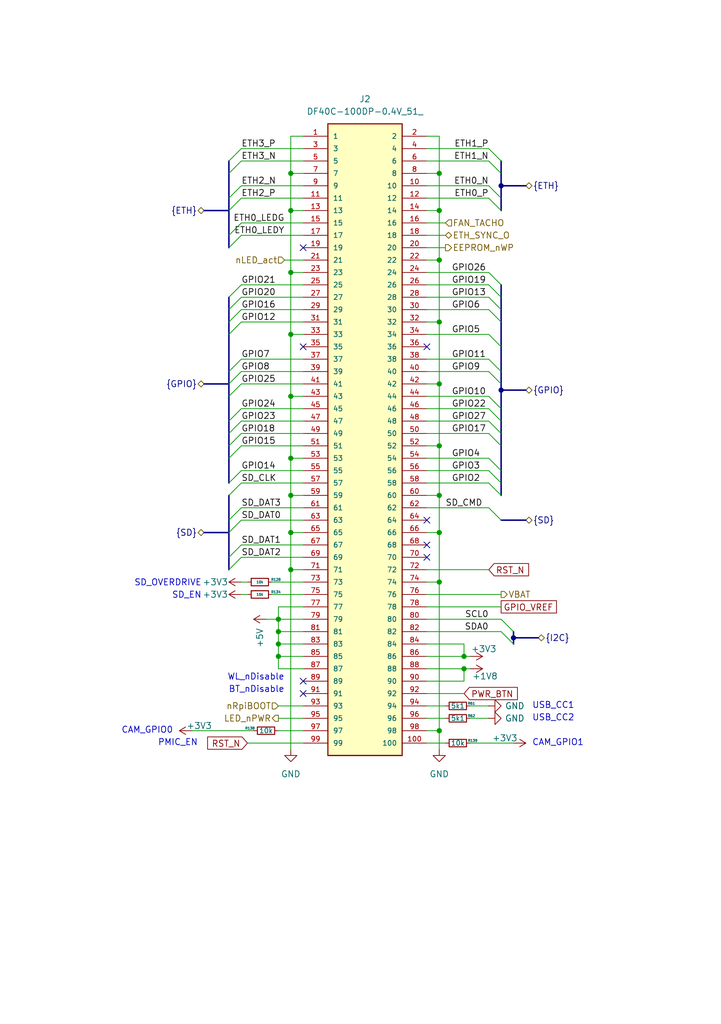
<source format=kicad_sch>
(kicad_sch (version 20250114) (generator "eeschema") (generator_version "9.0")
  (paper "A5" portrait)
  (title_block (title "${project_name}") (date "2025-06-24") (rev "${project_version}") (company "${project_creator}") (comment 1 "${project_license}"))
  (lib_symbols
    (symbol "+3V3_1" (power) (pin_numbers (hide yes)) (pin_names (offset 0) (hide yes))
      (property "Value" "+3V3" (at 0 3.556 0))
      (symbol "+3V3_1_0_1"
        (polyline (pts (xy -0.762 1.27) (xy 0 2.54)))
        (polyline (pts (xy 0 2.54) (xy 0.762 1.27)))
        (polyline (pts (xy 0 0) (xy 0 2.54)))
      )
      (symbol "+3V3_1_1_1"
        (pin power_in line (at 0 0 90) (length 0) (name "~") (number "1"))
      )
    )
    (symbol "+3V3_2" (power) (pin_numbers (hide yes)) (pin_names (offset 0) (hide yes))
      (property "Value" "+3V3" (at 0 3.556 0))
      (symbol "+3V3_2_0_1"
        (polyline (pts (xy -0.762 1.27) (xy 0 2.54)))
        (polyline (pts (xy 0 2.54) (xy 0.762 1.27)))
        (polyline (pts (xy 0 0) (xy 0 2.54)))
      )
      (symbol "+3V3_2_1_1"
        (pin power_in line (at 0 0 90) (length 0) (name "~") (number "1"))
      )
    )
    (symbol "+3V3_3" (power) (pin_numbers (hide yes)) (pin_names (offset 0) (hide yes))
      (property "Value" "+3V3" (at 0 3.556 0))
      (symbol "+3V3_3_0_1"
        (polyline (pts (xy -0.762 1.27) (xy 0 2.54)))
        (polyline (pts (xy 0 2.54) (xy 0.762 1.27)))
        (polyline (pts (xy 0 0) (xy 0 2.54)))
      )
      (symbol "+3V3_3_1_1"
        (pin power_in line (at 0 0 90) (length 0) (name "~") (number "1"))
      )
    )
    (symbol "+3V3_4" (power) (pin_numbers (hide yes)) (pin_names (offset 0) (hide yes))
      (property "Value" "+3V3" (at 0 3.556 0))
      (symbol "+3V3_4_0_1"
        (polyline (pts (xy -0.762 1.27) (xy 0 2.54)))
        (polyline (pts (xy 0 2.54) (xy 0.762 1.27)))
        (polyline (pts (xy 0 0) (xy 0 2.54)))
      )
      (symbol "+3V3_4_1_1"
        (pin power_in line (at 0 0 90) (length 0) (name "~") (number "1"))
      )
    )
    (symbol "DF40C-100DP-0.4V_51_:DF40C-100DP-0.4V_51_" (pin_names (offset 1.016))
      (property "Reference" "J" (at -7.62 64.262 0))
      (property "Value" "DF40C-100DP-0.4V_51_" (at -11.43 -67.31 0))
      (symbol "DF40C-100DP-0.4V_51__0_0"
        (rectangle (start -7.62 63.5) (end 7.62 -66.04) (stroke (width 0.254)) (fill (type background)))
        (pin passive line (at -12.7 60.96 0) (length 5.08) (name "1") (number "1"))
        (pin passive line (at -12.7 58.42 0) (length 5.08) (name "3") (number "3"))
        (pin passive line (at -12.7 55.88 0) (length 5.08) (name "5") (number "5"))
        (pin passive line (at -12.7 53.34 0) (length 5.08) (name "7") (number "7"))
        (pin passive line (at -12.7 50.8 0) (length 5.08) (name "9") (number "9"))
        (pin passive line (at -12.7 48.26 0) (length 5.08) (name "11") (number "11"))
        (pin passive line (at -12.7 45.72 0) (length 5.08) (name "13") (number "13"))
        (pin passive line (at -12.7 43.18 0) (length 5.08) (name "15") (number "15"))
        (pin passive line (at -12.7 40.64 0) (length 5.08) (name "17") (number "17"))
        (pin passive line (at -12.7 38.1 0) (length 5.08) (name "19") (number "19"))
        (pin passive line (at -12.7 35.56 0) (length 5.08) (name "21") (number "21"))
        (pin passive line (at -12.7 33.02 0) (length 5.08) (name "23") (number "23"))
        (pin passive line (at -12.7 30.48 0) (length 5.08) (name "25") (number "25"))
        (pin passive line (at -12.7 27.94 0) (length 5.08) (name "27") (number "27"))
        (pin passive line (at -12.7 25.4 0) (length 5.08) (name "29") (number "29"))
        (pin passive line (at -12.7 22.86 0) (length 5.08) (name "31") (number "31"))
        (pin passive line (at -12.7 20.32 0) (length 5.08) (name "33") (number "33"))
        (pin passive line (at -12.7 17.78 0) (length 5.08) (name "35") (number "35"))
        (pin passive line (at -12.7 15.24 0) (length 5.08) (name "37") (number "37"))
        (pin passive line (at -12.7 12.7 0) (length 5.08) (name "39") (number "39"))
        (pin passive line (at -12.7 10.16 0) (length 5.08) (name "41") (number "41"))
        (pin passive line (at -12.7 7.62 0) (length 5.08) (name "43") (number "43"))
        (pin passive line (at -12.7 5.08 0) (length 5.08) (name "45") (number "45"))
        (pin passive line (at -12.7 2.54 0) (length 5.08) (name "47") (number "47"))
        (pin passive line (at -12.7 0 0) (length 5.08) (name "49") (number "49"))
        (pin passive line (at -12.7 -2.54 0) (length 5.08) (name "51") (number "51"))
        (pin passive line (at -12.7 -5.08 0) (length 5.08) (name "53") (number "53"))
        (pin passive line (at -12.7 -7.62 0) (length 5.08) (name "55") (number "55"))
        (pin passive line (at -12.7 -10.16 0) (length 5.08) (name "57") (number "57"))
        (pin passive line (at -12.7 -12.7 0) (length 5.08) (name "59") (number "59"))
        (pin passive line (at -12.7 -15.24 0) (length 5.08) (name "61") (number "61"))
        (pin passive line (at -12.7 -17.78 0) (length 5.08) (name "63") (number "63"))
        (pin passive line (at -12.7 -20.32 0) (length 5.08) (name "65") (number "65"))
        (pin passive line (at -12.7 -22.86 0) (length 5.08) (name "67") (number "67"))
        (pin passive line (at -12.7 -25.4 0) (length 5.08) (name "69") (number "69"))
        (pin passive line (at -12.7 -27.94 0) (length 5.08) (name "71") (number "71"))
        (pin passive line (at -12.7 -30.48 0) (length 5.08) (name "73") (number "73"))
        (pin passive line (at -12.7 -33.02 0) (length 5.08) (name "75") (number "75"))
        (pin passive line (at -12.7 -35.56 0) (length 5.08) (name "77") (number "77"))
        (pin passive line (at -12.7 -38.1 0) (length 5.08) (name "79") (number "79"))
        (pin passive line (at -12.7 -40.64 0) (length 5.08) (name "81") (number "81"))
        (pin passive line (at -12.7 -43.18 0) (length 5.08) (name "83") (number "83"))
        (pin passive line (at -12.7 -45.72 0) (length 5.08) (name "85") (number "85"))
        (pin passive line (at -12.7 -48.26 0) (length 5.08) (name "87") (number "87"))
        (pin passive line (at -12.7 -50.8 0) (length 5.08) (name "89") (number "89"))
        (pin passive line (at -12.7 -53.34 0) (length 5.08) (name "91") (number "91"))
        (pin passive line (at -12.7 -55.88 0) (length 5.08) (name "93") (number "93"))
        (pin passive line (at -12.7 -58.42 0) (length 5.08) (name "95") (number "95"))
        (pin passive line (at -12.7 -60.96 0) (length 5.08) (name "97") (number "97"))
        (pin passive line (at -12.7 -63.5 0) (length 5.08) (name "99") (number "99"))
        (pin passive line (at 12.7 60.96 180) (length 5.08) (name "2") (number "2"))
        (pin passive line (at 12.7 58.42 180) (length 5.08) (name "4") (number "4"))
        (pin passive line (at 12.7 55.88 180) (length 5.08) (name "6") (number "6"))
        (pin passive line (at 12.7 53.34 180) (length 5.08) (name "8") (number "8"))
        (pin passive line (at 12.7 50.8 180) (length 5.08) (name "10") (number "10"))
        (pin passive line (at 12.7 48.26 180) (length 5.08) (name "12") (number "12"))
        (pin passive line (at 12.7 45.72 180) (length 5.08) (name "14") (number "14"))
        (pin passive line (at 12.7 43.18 180) (length 5.08) (name "16") (number "16"))
        (pin passive line (at 12.7 40.64 180) (length 5.08) (name "18") (number "18"))
        (pin passive line (at 12.7 38.1 180) (length 5.08) (name "20") (number "20"))
        (pin passive line (at 12.7 35.56 180) (length 5.08) (name "22") (number "22"))
        (pin passive line (at 12.7 33.02 180) (length 5.08) (name "24") (number "24"))
        (pin passive line (at 12.7 30.48 180) (length 5.08) (name "26") (number "26"))
        (pin passive line (at 12.7 27.94 180) (length 5.08) (name "28") (number "28"))
        (pin passive line (at 12.7 25.4 180) (length 5.08) (name "30") (number "30"))
        (pin passive line (at 12.7 22.86 180) (length 5.08) (name "32") (number "32"))
        (pin passive line (at 12.7 20.32 180) (length 5.08) (name "34") (number "34"))
        (pin passive line (at 12.7 17.78 180) (length 5.08) (name "36") (number "36"))
        (pin passive line (at 12.7 15.24 180) (length 5.08) (name "38") (number "38"))
        (pin passive line (at 12.7 12.7 180) (length 5.08) (name "40") (number "40"))
        (pin passive line (at 12.7 10.16 180) (length 5.08) (name "42") (number "42"))
        (pin passive line (at 12.7 7.62 180) (length 5.08) (name "44") (number "44"))
        (pin passive line (at 12.7 5.08 180) (length 5.08) (name "46") (number "46"))
        (pin passive line (at 12.7 2.54 180) (length 5.08) (name "48") (number "48"))
        (pin passive line (at 12.7 0 180) (length 5.08) (name "50") (number "50"))
        (pin passive line (at 12.7 -2.54 180) (length 5.08) (name "52") (number "52"))
        (pin passive line (at 12.7 -5.08 180) (length 5.08) (name "54") (number "54"))
        (pin passive line (at 12.7 -7.62 180) (length 5.08) (name "56") (number "56"))
        (pin passive line (at 12.7 -10.16 180) (length 5.08) (name "58") (number "58"))
        (pin passive line (at 12.7 -12.7 180) (length 5.08) (name "60") (number "60"))
        (pin passive line (at 12.7 -15.24 180) (length 5.08) (name "62") (number "62"))
        (pin passive line (at 12.7 -17.78 180) (length 5.08) (name "64") (number "64"))
        (pin passive line (at 12.7 -20.32 180) (length 5.08) (name "66") (number "66"))
        (pin passive line (at 12.7 -22.86 180) (length 5.08) (name "68") (number "68"))
        (pin passive line (at 12.7 -25.4 180) (length 5.08) (name "70") (number "70"))
        (pin passive line (at 12.7 -27.94 180) (length 5.08) (name "72") (number "72"))
        (pin passive line (at 12.7 -30.48 180) (length 5.08) (name "74") (number "74"))
        (pin passive line (at 12.7 -33.02 180) (length 5.08) (name "76") (number "76"))
        (pin passive line (at 12.7 -35.56 180) (length 5.08) (name "78") (number "78"))
        (pin passive line (at 12.7 -38.1 180) (length 5.08) (name "80") (number "80"))
        (pin passive line (at 12.7 -40.64 180) (length 5.08) (name "82") (number "82"))
        (pin passive line (at 12.7 -43.18 180) (length 5.08) (name "84") (number "84"))
        (pin passive line (at 12.7 -45.72 180) (length 5.08) (name "86") (number "86"))
        (pin passive line (at 12.7 -48.26 180) (length 5.08) (name "88") (number "88"))
        (pin passive line (at 12.7 -50.8 180) (length 5.08) (name "90") (number "90"))
        (pin passive line (at 12.7 -53.34 180) (length 5.08) (name "92") (number "92"))
        (pin passive line (at 12.7 -55.88 180) (length 5.08) (name "94") (number "94"))
        (pin passive line (at 12.7 -58.42 180) (length 5.08) (name "96") (number "96"))
        (pin passive line (at 12.7 -60.96 180) (length 5.08) (name "98") (number "98"))
        (pin passive line (at 12.7 -63.5 180) (length 5.08) (name "100") (number "100"))
      )
    )
    (symbol "Device:R_Small" (pin_numbers (hide yes)) (pin_names (offset 0.254) (hide yes))
      (property "Reference" "R" (at 0 0 90))
      (property "Value" "R_Small" (at 1.778 0 90))
      (symbol "R_Small_0_1"
        (rectangle (start -0.762 1.778) (end 0.762 -1.778) (stroke (width 0.2032)))
      )
      (symbol "R_Small_1_1"
        (pin passive line (at 0 2.54 270) (length 0.762) (name "~") (number "1"))
        (pin passive line (at 0 -2.54 90) (length 0.762) (name "~") (number "2"))
      )
    )
    (symbol "power:+1V8" (power) (pin_numbers (hide yes)) (pin_names (offset 0) (hide yes))
      (property "Value" "+1V8" (at 0 3.556 0))
      (symbol "+1V8_0_1"
        (polyline (pts (xy -0.762 1.27) (xy 0 2.54)))
        (polyline (pts (xy 0 2.54) (xy 0.762 1.27)))
        (polyline (pts (xy 0 0) (xy 0 2.54)))
      )
      (symbol "+1V8_1_1"
        (pin power_in line (at 0 0 90) (length 0) (name "~") (number "1"))
      )
    )
    (symbol "power:+3V3" (power) (pin_numbers (hide yes)) (pin_names (offset 0) (hide yes))
      (property "Value" "+3V3" (at 0 3.556 0))
      (symbol "+3V3_0_1"
        (polyline (pts (xy -0.762 1.27) (xy 0 2.54)))
        (polyline (pts (xy 0 2.54) (xy 0.762 1.27)))
        (polyline (pts (xy 0 0) (xy 0 2.54)))
      )
      (symbol "+3V3_1_1"
        (pin power_in line (at 0 0 90) (length 0) (name "~") (number "1"))
      )
    )
    (symbol "power:+5V" (power) (pin_numbers (hide yes)) (pin_names (offset 0) (hide yes))
      (property "Value" "+5V" (at 0 3.556 0))
      (symbol "+5V_0_1"
        (polyline (pts (xy -0.762 1.27) (xy 0 2.54)))
        (polyline (pts (xy 0 2.54) (xy 0.762 1.27)))
        (polyline (pts (xy 0 0) (xy 0 2.54)))
      )
      (symbol "+5V_1_1"
        (pin power_in line (at 0 0 90) (length 0) (name "~") (number "1"))
      )
    )
    (symbol "power:GND" (power) (pin_numbers (hide yes)) (pin_names (offset 0) (hide yes))
      (property "Value" "GND" (at 0 -3.81 0))
      (symbol "GND_0_1"
        (polyline (pts (xy 0 0) (xy 0 -1.27) (xy 1.27 -1.27) (xy 0 -2.54) (xy -1.27 -1.27) (xy 0 -1.27)))
      )
      (symbol "GND_1_1"
        (pin power_in line (at 0 0 270) (length 0) (name "~") (number "1"))
      )
    )
  )
  (bus_alias "ETH" (members "ETH0_P" "ETH0_N" "ETH1_P" "ETH1_N" "ETH0_LEDG" "ETH0_LEDY" "ETH2_P" "ETH2_N" "ETH3_P" "ETH3_N"))
  (bus_alias "GPIO" (members "GPIO26" "GPIO19" "GPIO13" "GPIO6" "GPIO5" "GPIO11" "GPIO9" "GPIO10" "GPIO22" "GPIO27" "GPIO17" "GPIO4" "GPIO3" "GPIO2" "GPIO21" "GPIO20" "GPIO16" "GPIO12" "GPIO7" "GPIO8" "GPIO25" "GPIO24" "GPIO23" "GPIO18" "GPIO15" "GPIO14"))
  (bus_alias "I2C" (members "SCL0" "SDA0" "ID_SC" "ID_SD"))
  (bus_alias "SD" (members "SD_CLK" "SD_CMD" "SD_DAT0" "SD_DAT1" "SD_DAT2" "SD_DAT3" "SD_DAT4" "SD_DAT5" "SD_DAT6" "SD_DAT7"))
  (text "SD_EN" (at 41.402 122.174 0) (effects (font (size 1.27 1.27)) (justify right)))
  (text "SD_OVERDRIVE" (at 41.402 119.634 0) (effects (font (size 1.27 1.27)) (justify right)))
  (text "USB_CC2" (at 109.22 147.32 0) (effects (font (size 1.27 1.27)) (justify left)))
  (text "PMIC_EN" (at 40.64 152.4 0) (effects (font (size 1.27 1.27)) (justify right)))
  (text "USB_CC1" (at 109.22 144.78 0) (effects (font (size 1.27 1.27)) (justify left)))
  (text "CAM_GPIO0" (at 35.56 149.86 0) (effects (font (size 1.27 1.27)) (justify right)))
  (text "WL_nDisable" (at 58.42 139.7 0) (effects (font (size 1.27 1.27)) (justify right bottom)))
  (text "CAM_GPIO1" (at 109.22 152.4 0) (effects (font (size 1.27 1.27)) (justify left)))
  (text "BT_nDisable" (at 58.42 142.24 0) (effects (font (size 1.27 1.27)) (justify right bottom)))
  (junction (at 57.15 132.08))
  (junction (at 90.17 91.44))
  (junction (at 90.17 149.86))
  (junction (at 59.69 116.84))
  (junction (at 95.25 134.62))
  (junction (at 95.25 137.16))
  (junction (at 59.69 109.22))
  (junction (at 90.17 119.38))
  (junction (at 59.69 81.28))
  (junction (at 57.15 129.54))
  (junction (at 90.17 101.6))
  (junction (at 90.17 78.74))
  (junction (at 90.17 43.18))
  (junction (at 102.87 38.1))
  (junction (at 102.87 80.01))
  (junction (at 105.41 130.81))
  (junction (at 57.15 127))
  (junction (at 57.15 134.62))
  (junction (at 90.17 66.04))
  (junction (at 59.69 93.98))
  (junction (at 90.17 35.56))
  (junction (at 59.69 101.6))
  (junction (at 90.17 109.22))
  (junction (at 59.69 55.88))
  (junction (at 90.17 53.34))
  (junction (at 59.69 43.18))
  (junction (at 59.69 35.56))
  (junction (at 59.69 68.58))
  (no_connect (at 62.23 71.12))
  (no_connect (at 87.63 106.68))
  (no_connect (at 62.23 50.8))
  (no_connect (at 87.63 114.3))
  (no_connect (at 62.23 139.7))
  (no_connect (at 87.63 111.76))
  (no_connect (at 87.63 71.12))
  (no_connect (at 62.23 142.24))
  (bus_entry (at 100.33 60.96) (size 2.54 2.54))
  (bus_entry (at 100.33 38.1) (size 2.54 2.54))
  (bus_entry (at 102.87 127) (size 2.54 2.54))
  (bus_entry (at 100.33 58.42) (size 2.54 2.54))
  (bus_entry (at 100.33 63.5) (size 2.54 2.54))
  (bus_entry (at 49.53 58.42) (size -2.54 2.54))
  (bus_entry (at 49.53 99.06) (size -2.54 2.54))
  (bus_entry (at 100.33 40.64) (size 2.54 2.54))
  (bus_entry (at 49.53 106.68) (size -2.54 2.54))
  (bus_entry (at 49.53 40.64) (size -2.54 2.54))
  (bus_entry (at 49.53 96.52) (size -2.54 2.54))
  (bus_entry (at 49.53 76.2) (size -2.54 2.54))
  (bus_entry (at 100.33 55.88) (size 2.54 2.54))
  (bus_entry (at 100.33 99.06) (size 2.54 2.54))
  (bus_entry (at 100.33 81.28) (size 2.54 2.54))
  (bus_entry (at 102.87 129.54) (size 2.54 2.54))
  (bus_entry (at 49.53 30.48) (size -2.54 2.54))
  (bus_entry (at 100.33 68.58) (size 2.54 2.54))
  (bus_entry (at 49.53 38.1) (size -2.54 2.54))
  (bus_entry (at 49.53 63.5) (size -2.54 2.54))
  (bus_entry (at 49.53 91.44) (size -2.54 2.54))
  (bus_entry (at 100.33 33.02) (size 2.54 2.54))
  (bus_entry (at 49.53 114.3) (size -2.54 2.54))
  (bus_entry (at 100.33 30.48) (size 2.54 2.54))
  (bus_entry (at 49.53 104.14) (size -2.54 2.54))
  (bus_entry (at 100.33 76.2) (size 2.54 2.54))
  (bus_entry (at 100.33 104.14) (size 2.54 2.54))
  (bus_entry (at 49.53 78.74) (size -2.54 2.54))
  (bus_entry (at 49.53 45.72) (size -2.54 2.54))
  (bus_entry (at 49.53 83.82) (size -2.54 2.54))
  (bus_entry (at 100.33 96.52) (size 2.54 2.54))
  (bus_entry (at 100.33 83.82) (size 2.54 2.54))
  (bus_entry (at 49.53 88.9) (size -2.54 2.54))
  (bus_entry (at 49.53 33.02) (size -2.54 2.54))
  (bus_entry (at 100.33 93.98) (size 2.54 2.54))
  (bus_entry (at 49.53 60.96) (size -2.54 2.54))
  (bus_entry (at 49.53 48.26) (size -2.54 2.54))
  (bus_entry (at 100.33 86.36) (size 2.54 2.54))
  (bus_entry (at 100.33 88.9) (size 2.54 2.54))
  (bus_entry (at 100.33 73.66) (size 2.54 2.54))
  (bus_entry (at 49.53 86.36) (size -2.54 2.54))
  (bus_entry (at 49.53 73.66) (size -2.54 2.54))
  (bus_entry (at 49.53 111.76) (size -2.54 2.54))
  (bus_entry (at 49.53 66.04) (size -2.54 2.54))
  (wire (pts (xy 59.69 109.22) (xy 62.23 109.22)))
  (bus (pts (xy 102.87 35.56) (xy 102.87 38.1)))
  (wire (pts (xy 87.63 83.82) (xy 100.33 83.82)))
  (bus (pts (xy 102.87 80.01) (xy 107.95 80.01)))
  (wire (pts (xy 96.52 144.78) (xy 100.33 144.78)))
  (wire (pts (xy 90.17 109.22) (xy 90.17 101.6)))
  (wire (pts (xy 59.69 81.28) (xy 62.23 81.28)))
  (wire (pts (xy 59.69 43.18) (xy 62.23 43.18)))
  (wire (pts (xy 96.52 152.4) (xy 105.41 152.4)))
  (wire (pts (xy 49.53 76.2) (xy 62.23 76.2)))
  (wire (pts (xy 59.69 68.58) (xy 59.69 81.28)))
  (bus (pts (xy 105.41 130.81) (xy 110.49 130.81)))
  (wire (pts (xy 90.17 149.86) (xy 90.17 153.67)))
  (wire (pts (xy 87.63 149.86) (xy 90.17 149.86)))
  (bus (pts (xy 102.87 96.52) (xy 102.87 99.06)))
  (wire (pts (xy 57.15 149.86) (xy 62.23 149.86)))
  (wire (pts (xy 87.63 134.62) (xy 95.25 134.62)))
  (bus (pts (xy 46.99 106.68) (xy 46.99 109.22)))
  (bus (pts (xy 41.91 78.74) (xy 46.99 78.74)))
  (wire (pts (xy 87.63 152.4) (xy 91.44 152.4)))
  (wire (pts (xy 87.63 109.22) (xy 90.17 109.22)))
  (wire (pts (xy 59.69 93.98) (xy 62.23 93.98)))
  (bus (pts (xy 102.87 86.36) (xy 102.87 88.9)))
  (wire (pts (xy 87.63 101.6) (xy 90.17 101.6)))
  (wire (pts (xy 90.17 53.34) (xy 90.17 43.18)))
  (wire (pts (xy 90.17 91.44) (xy 90.17 78.74)))
  (bus (pts (xy 46.99 35.56) (xy 46.99 40.64)))
  (wire (pts (xy 59.69 116.84) (xy 62.23 116.84)))
  (bus (pts (xy 46.99 76.2) (xy 46.99 78.74)))
  (wire (pts (xy 87.63 116.84) (xy 100.33 116.84)))
  (wire (pts (xy 90.17 43.18) (xy 90.17 35.56)))
  (bus (pts (xy 46.99 93.98) (xy 46.99 99.06)))
  (wire (pts (xy 49.53 91.44) (xy 62.23 91.44)))
  (bus (pts (xy 102.87 71.12) (xy 102.87 76.2)))
  (bus (pts (xy 102.87 38.1) (xy 102.87 40.64)))
  (bus (pts (xy 46.99 114.3) (xy 46.99 116.84)))
  (wire (pts (xy 87.63 58.42) (xy 100.33 58.42)))
  (wire (pts (xy 49.53 88.9) (xy 62.23 88.9)))
  (wire (pts (xy 87.63 66.04) (xy 90.17 66.04)))
  (wire (pts (xy 39.37 149.86) (xy 52.07 149.86)))
  (bus (pts (xy 102.87 83.82) (xy 102.87 86.36)))
  (wire (pts (xy 59.69 43.18) (xy 59.69 55.88)))
  (wire (pts (xy 96.52 134.62) (xy 95.25 134.62)))
  (bus (pts (xy 46.99 86.36) (xy 46.99 88.9)))
  (wire (pts (xy 49.53 104.14) (xy 62.23 104.14)))
  (wire (pts (xy 49.53 58.42) (xy 62.23 58.42)))
  (wire (pts (xy 90.17 66.04) (xy 90.17 53.34)))
  (bus (pts (xy 46.99 101.6) (xy 46.99 106.68)))
  (wire (pts (xy 95.25 139.7) (xy 95.25 137.16)))
  (wire (pts (xy 59.69 35.56) (xy 62.23 35.56)))
  (bus (pts (xy 41.91 109.22) (xy 46.99 109.22)))
  (wire (pts (xy 59.69 35.56) (xy 59.69 43.18)))
  (bus (pts (xy 46.99 91.44) (xy 46.99 93.98)))
  (wire (pts (xy 87.63 48.26) (xy 91.44 48.26)))
  (bus (pts (xy 102.87 66.04) (xy 102.87 71.12)))
  (wire (pts (xy 59.69 101.6) (xy 62.23 101.6)))
  (wire (pts (xy 87.63 104.14) (xy 100.33 104.14)))
  (wire (pts (xy 50.8 152.4) (xy 62.23 152.4)))
  (bus (pts (xy 46.99 43.18) (xy 46.99 48.26)))
  (wire (pts (xy 49.53 78.74) (xy 62.23 78.74)))
  (wire (pts (xy 87.63 91.44) (xy 90.17 91.44)))
  (bus (pts (xy 102.87 60.96) (xy 102.87 63.5)))
  (wire (pts (xy 87.63 99.06) (xy 100.33 99.06)))
  (wire (pts (xy 87.63 93.98) (xy 100.33 93.98)))
  (wire (pts (xy 87.63 53.34) (xy 90.17 53.34)))
  (wire (pts (xy 87.63 40.64) (xy 100.33 40.64)))
  (wire (pts (xy 90.17 35.56) (xy 90.17 27.94)))
  (wire (pts (xy 87.63 144.78) (xy 91.44 144.78)))
  (wire (pts (xy 49.53 45.72) (xy 62.23 45.72)))
  (wire (pts (xy 62.23 137.16) (xy 57.15 137.16)))
  (bus (pts (xy 102.87 106.68) (xy 107.95 106.68)))
  (wire (pts (xy 87.63 35.56) (xy 90.17 35.56)))
  (wire (pts (xy 55.88 121.92) (xy 62.23 121.92)))
  (wire (pts (xy 95.25 137.16) (xy 87.63 137.16)))
  (wire (pts (xy 49.53 63.5) (xy 62.23 63.5)))
  (bus (pts (xy 105.41 129.54) (xy 105.41 130.81)))
  (bus (pts (xy 46.99 40.64) (xy 46.99 43.18)))
  (wire (pts (xy 96.52 147.32) (xy 100.33 147.32)))
  (wire (pts (xy 87.63 73.66) (xy 100.33 73.66)))
  (wire (pts (xy 59.69 116.84) (xy 59.69 153.67)))
  (wire (pts (xy 87.63 60.96) (xy 100.33 60.96)))
  (bus (pts (xy 46.99 81.28) (xy 46.99 86.36)))
  (wire (pts (xy 57.15 134.62) (xy 57.15 132.08)))
  (wire (pts (xy 59.69 109.22) (xy 59.69 116.84)))
  (wire (pts (xy 87.63 78.74) (xy 90.17 78.74)))
  (wire (pts (xy 49.53 38.1) (xy 62.23 38.1)))
  (wire (pts (xy 87.63 129.54) (xy 102.87 129.54)))
  (wire (pts (xy 87.63 121.92) (xy 102.87 121.92)))
  (wire (pts (xy 87.63 45.72) (xy 91.44 45.72)))
  (wire (pts (xy 57.15 129.54) (xy 57.15 127)))
  (bus (pts (xy 46.99 63.5) (xy 46.99 66.04)))
  (wire (pts (xy 57.15 132.08) (xy 57.15 129.54)))
  (wire (pts (xy 87.63 132.08) (xy 95.25 132.08)))
  (bus (pts (xy 102.87 99.06) (xy 102.87 101.6)))
  (wire (pts (xy 95.25 134.62) (xy 95.25 132.08)))
  (wire (pts (xy 59.69 68.58) (xy 62.23 68.58)))
  (wire (pts (xy 59.69 55.88) (xy 59.69 68.58)))
  (wire (pts (xy 87.63 124.46) (xy 102.87 124.46)))
  (wire (pts (xy 87.63 139.7) (xy 95.25 139.7)))
  (bus (pts (xy 102.87 33.02) (xy 102.87 35.56)))
  (wire (pts (xy 57.15 137.16) (xy 57.15 134.62)))
  (wire (pts (xy 87.63 119.38) (xy 90.17 119.38)))
  (wire (pts (xy 49.53 96.52) (xy 62.23 96.52)))
  (bus (pts (xy 46.99 48.26) (xy 46.99 50.8)))
  (wire (pts (xy 87.63 43.18) (xy 90.17 43.18)))
  (wire (pts (xy 62.23 27.94) (xy 59.69 27.94)))
  (wire (pts (xy 49.53 114.3) (xy 62.23 114.3)))
  (wire (pts (xy 87.63 142.24) (xy 95.25 142.24)))
  (wire (pts (xy 49.53 30.48) (xy 62.23 30.48)))
  (wire (pts (xy 90.17 149.86) (xy 90.17 119.38)))
  (wire (pts (xy 90.17 78.74) (xy 90.17 66.04)))
  (bus (pts (xy 102.87 76.2) (xy 102.87 78.74)))
  (wire (pts (xy 54.61 127) (xy 57.15 127)))
  (wire (pts (xy 49.53 83.82) (xy 62.23 83.82)))
  (bus (pts (xy 102.87 63.5) (xy 102.87 66.04)))
  (bus (pts (xy 102.87 91.44) (xy 102.87 96.52)))
  (wire (pts (xy 87.63 76.2) (xy 100.33 76.2)))
  (wire (pts (xy 58.42 53.34) (xy 62.23 53.34)))
  (bus (pts (xy 105.41 130.81) (xy 105.41 132.08)))
  (wire (pts (xy 49.53 121.92) (xy 50.8 121.92)))
  (wire (pts (xy 57.15 127) (xy 62.23 127)))
  (wire (pts (xy 59.69 27.94) (xy 59.69 35.56)))
  (bus (pts (xy 46.99 78.74) (xy 46.99 81.28)))
  (wire (pts (xy 90.17 27.94) (xy 87.63 27.94)))
  (bus (pts (xy 102.87 58.42) (xy 102.87 60.96)))
  (wire (pts (xy 59.69 81.28) (xy 59.69 93.98)))
  (wire (pts (xy 49.53 48.26) (xy 62.23 48.26)))
  (wire (pts (xy 87.63 38.1) (xy 100.33 38.1)))
  (wire (pts (xy 49.53 119.38) (xy 50.8 119.38)))
  (wire (pts (xy 87.63 33.02) (xy 100.33 33.02)))
  (wire (pts (xy 90.17 101.6) (xy 90.17 91.44)))
  (wire (pts (xy 49.53 73.66) (xy 62.23 73.66)))
  (bus (pts (xy 46.99 60.96) (xy 46.99 63.5)))
  (wire (pts (xy 87.63 50.8) (xy 91.44 50.8)))
  (bus (pts (xy 102.87 80.01) (xy 102.87 83.82)))
  (bus (pts (xy 46.99 88.9) (xy 46.99 91.44)))
  (wire (pts (xy 57.15 132.08) (xy 62.23 132.08)))
  (wire (pts (xy 49.53 33.02) (xy 62.23 33.02)))
  (wire (pts (xy 57.15 134.62) (xy 62.23 134.62)))
  (bus (pts (xy 46.99 109.22) (xy 46.99 114.3)))
  (wire (pts (xy 49.53 40.64) (xy 62.23 40.64)))
  (wire (pts (xy 87.63 96.52) (xy 100.33 96.52)))
  (wire (pts (xy 87.63 30.48) (xy 100.33 30.48)))
  (bus (pts (xy 102.87 40.64) (xy 102.87 43.18)))
  (wire (pts (xy 57.15 124.46) (xy 62.23 124.46)))
  (wire (pts (xy 87.63 81.28) (xy 100.33 81.28)))
  (bus (pts (xy 102.87 88.9) (xy 102.87 91.44)))
  (wire (pts (xy 49.53 60.96) (xy 62.23 60.96)))
  (wire (pts (xy 87.63 127) (xy 102.87 127)))
  (wire (pts (xy 87.63 88.9) (xy 100.33 88.9)))
  (wire (pts (xy 55.88 119.38) (xy 62.23 119.38)))
  (wire (pts (xy 59.69 55.88) (xy 62.23 55.88)))
  (wire (pts (xy 49.53 106.68) (xy 62.23 106.68)))
  (wire (pts (xy 49.53 99.06) (xy 62.23 99.06)))
  (wire (pts (xy 87.63 86.36) (xy 100.33 86.36)))
  (wire (pts (xy 59.69 93.98) (xy 59.69 101.6)))
  (wire (pts (xy 57.15 127) (xy 57.15 124.46)))
  (wire (pts (xy 90.17 119.38) (xy 90.17 109.22)))
  (wire (pts (xy 57.15 144.78) (xy 62.23 144.78)))
  (wire (pts (xy 57.15 129.54) (xy 62.23 129.54)))
  (wire (pts (xy 49.53 66.04) (xy 62.23 66.04)))
  (bus (pts (xy 46.99 33.02) (xy 46.99 35.56)))
  (wire (pts (xy 87.63 147.32) (xy 91.44 147.32)))
  (bus (pts (xy 46.99 66.04) (xy 46.99 68.58)))
  (wire (pts (xy 87.63 55.88) (xy 100.33 55.88)))
  (bus (pts (xy 41.91 43.18) (xy 46.99 43.18)))
  (bus (pts (xy 102.87 78.74) (xy 102.87 80.01)))
  (wire (pts (xy 57.15 147.32) (xy 62.23 147.32)))
  (bus (pts (xy 102.87 38.1) (xy 107.95 38.1)))
  (wire (pts (xy 49.53 86.36) (xy 62.23 86.36)))
  (bus (pts (xy 46.99 68.58) (xy 46.99 76.2)))
  (wire (pts (xy 49.53 111.76) (xy 62.23 111.76)))
  (wire (pts (xy 87.63 68.58) (xy 100.33 68.58)))
  (wire (pts (xy 87.63 63.5) (xy 100.33 63.5)))
  (wire (pts (xy 96.52 137.16) (xy 95.25 137.16)))
  (wire (pts (xy 59.69 101.6) (xy 59.69 109.22)))
  (label "GPIO21" (at 49.53 58.42 0))
  (label "GPIO6" (at 92.71 63.5 0))
  (label "SD_DAT2" (at 49.53 114.3 0))
  (label "GPIO14" (at 49.53 96.52 0))
  (label "GPIO12" (at 49.53 66.04 0))
  (label "ETH0_LEDY" (at 58.42 48.26 180))
  (label "GPIO18" (at 49.53 88.9 0) (effects (font (size 1.25 1.25))))
  (label "ETH3_N" (at 49.53 33.02 0))
  (label "GPIO11" (at 92.71 73.66 0))
  (label "GPIO23" (at 49.53 86.36 0))
  (label "GPIO13" (at 92.71 60.96 0))
  (label "ETH1_N" (at 100.33 33.02 180))
  (label "ETH1_P" (at 100.33 30.48 180))
  (label "ETH2_N" (at 49.53 38.1 0))
  (label "GPIO3" (at 92.71 96.52 0))
  (label "SD_CLK" (at 49.53 99.06 0))
  (label "SDA0" (at 100.33 129.54 180))
  (label "GPIO10" (at 92.71 81.28 0))
  (label "GPIO9" (at 92.71 76.2 0))
  (label "GPIO22" (at 92.71 83.82 0))
  (label "SCL0" (at 100.33 127 180))
  (label "GPIO15" (at 49.53 91.44 0))
  (label "GPIO16" (at 49.53 63.5 0))
  (label "GPIO26" (at 92.71 55.88 0))
  (label "SD_CMD" (at 99.06 104.14 180))
  (label "ETH0_LEDG" (at 58.42 45.72 180))
  (label "GPIO4" (at 92.71 93.98 0))
  (label "SD_DAT0" (at 49.53 106.68 0))
  (label "GPIO19" (at 92.71 58.42 0))
  (label "GPIO8" (at 49.53 76.2 0))
  (label "GPIO20" (at 49.53 60.96 0))
  (label "GPIO25" (at 49.53 78.74 0))
  (label "GPIO7" (at 49.53 73.66 0))
  (label "SD_DAT3" (at 49.53 104.14 0))
  (label "ETH3_P" (at 49.53 30.48 0))
  (label "GPIO5" (at 92.71 68.58 0))
  (label "ETH0_N" (at 100.33 38.1 180))
  (label "GPIO2" (at 92.71 99.06 0))
  (label "GPIO17" (at 92.71 88.9 0))
  (label "ETH0_P" (at 100.33 40.64 180))
  (label "GPIO27" (at 92.71 86.36 0))
  (label "GPIO24" (at 49.53 83.82 0))
  (label "SD_DAT1" (at 49.53 111.76 0))
  (label "ETH2_P" (at 49.53 40.64 0))
  (global_label "RST_N" (shape input) (at 100.33 116.84 0) (property "Intersheetrefs" "${INTERSHEET_REFS}" (effects (hide yes))))
  (global_label "RST_N" (shape input) (at 50.8 152.4 180) (property "Intersheetrefs" "${INTERSHEET_REFS}" (effects (hide yes))))
  (global_label "GPIO_VREF" (shape passive) (at 102.87 124.46 0) (property "Intersheetrefs" "${INTERSHEET_REFS}" (effects (hide yes))))
  (global_label "PWR_BTN" (shape input) (at 95.25 142.24 0) (property "Intersheetrefs" "${INTERSHEET_REFS}" (effects (hide yes))))
  (hierarchical_label "{GPIO}" (shape bidirectional) (at 107.95 80.01 0))
  (hierarchical_label "{SD}" (shape bidirectional) (at 41.91 109.22 180))
  (hierarchical_label "FAN_TACHO" (shape input) (at 91.44 45.72 0))
  (hierarchical_label "nRpiBOOT" (shape input) (at 57.15 144.78 180))
  (hierarchical_label "{ETH}" (shape bidirectional) (at 107.95 38.1 0))
  (hierarchical_label "{GPIO}" (shape bidirectional) (at 41.91 78.74 180))
  (hierarchical_label "ETH_SYNC_O" (shape bidirectional) (at 91.44 48.26 0))
  (hierarchical_label "{SD}" (shape bidirectional) (at 107.95 106.68 0))
  (hierarchical_label "nLED_act" (shape input) (at 58.42 53.34 180))
  (hierarchical_label "EEPROM_nWP" (shape output) (at 91.44 50.8 0))
  (hierarchical_label "{I2C}" (shape bidirectional) (at 110.49 130.81 0))
  (hierarchical_label "VBAT" (shape output) (at 102.87 121.92 0))
  (hierarchical_label "LED_nPWR" (shape output) (at 57.15 147.32 180))
  (hierarchical_label "{ETH}" (shape bidirectional) (at 41.91 43.18 180))
  (symbol (lib_id "DF40C-100DP-0.4V_51_:DF40C-100DP-0.4V_51_") (at 74.93 88.9 0) (unit 1)
    (property "Reference" "J2" (at 74.93 20.32 0))
    (property "Value" "DF40C-100DP-0.4V_51_" (at 74.93 22.86 0))
    (property "Footprint" "ulx5m-gs:HRS_DF40C-100DP-0.4V_51_" (effects (hide yes)))
    (property "MP" "DF40C-100DP-0.4V(51)" (effects (hide yes)))
  )
  (symbol (lib_id "power:GND") (at 100.33 147.32 90) (unit 1)
    (property "Reference" "#PWR0158" (effects (hide yes)))
    (property "Value" "GND" (at 103.632 147.32 90) (effects (justify right)))
    (property "Description" "Power symbol creates a global label with name \"GND\" , ground" (effects (hide yes)))
  )
  (symbol (lib_id "Device:R_Small") (at 93.98 144.78 270) (unit 1)
    (property "Reference" "R61" (at 96.774 144.272 90) (effects (font (size 0.5 0.5))))
    (property "Value" "5k1" (at 93.98 144.78 90) (effects (font (size 1 1))))
    (property "Footprint" "Resistor_SMD:R_0402_1005Metric" (effects (hide yes)))
    (property "Description" "Resistor, small symbol" (effects (hide yes)))
    (property "MNF1_URL" "www.yageo.com" (effects (hide yes)))
    (property "MPN" "AC0603JR-0727RL" (effects (hide yes)))
  )
  (symbol (lib_id "power:+3V3") (at 39.37 149.86 90) (unit 1)
    (property "Reference" "#PWR079" (effects (hide yes)))
    (property "Value" "+3V3" (at 40.894 148.844 90))
    (property "Description" "Power symbol creates a global label with name \"+3V3\"" (effects (hide yes)))
  )
  (symbol (lib_id "power:+5V") (at 54.61 127 90) (unit 1)
    (property "Reference" "#PWR04" (effects (hide yes)))
    (property "Value" "+5V" (at 53.34 130.81 0))
    (property "Description" "Power symbol creates a global label with name \"+5V\"" (effects (hide yes)))
  )
  (symbol (lib_id "Device:R_Small") (at 54.61 149.86 90) (unit 1)
    (property "Reference" "R138" (at 51.308 149.352 90) (effects (font (size 0.5 0.5))))
    (property "Value" "10k" (at 54.61 149.86 90) (effects (font (size 1 1))))
    (property "Footprint" "Resistor_SMD:R_0402_1005Metric" (effects (hide yes)))
    (property "Description" "Resistor, small symbol" (effects (hide yes)))
  )
  (symbol (lib_id "power:GND") (at 59.69 153.67 0) (unit 1)
    (property "Reference" "#PWR07" (effects (hide yes)))
    (property "Value" "GND" (at 59.69 158.75 0))
    (property "Description" "Power symbol creates a global label with name \"GND\" , ground" (effects (hide yes)))
  )
  (symbol (lib_id "Device:R_Small") (at 93.98 152.4 90) (unit 1)
    (property "Reference" "R139" (at 97.028 151.892 90) (effects (font (size 0.5 0.5))))
    (property "Value" "10k" (at 93.98 152.4 90) (effects (font (size 1 1))))
    (property "Footprint" "Resistor_SMD:R_0402_1005Metric" (effects (hide yes)))
    (property "Description" "Resistor, small symbol" (effects (hide yes)))
  )
  (symbol (lib_id "power:GND") (at 90.17 153.67 0) (unit 1)
    (property "Reference" "#PWR08" (effects (hide yes)))
    (property "Value" "GND" (at 90.17 158.75 0))
    (property "Description" "Power symbol creates a global label with name \"GND\" , ground" (effects (hide yes)))
  )
  (symbol (lib_id "Device:R_Small") (at 53.34 119.38 90) (unit 1)
    (property "Reference" "R128" (at 56.642 118.872 90) (effects (font (size 0.5 0.5))))
    (property "Value" "10k" (at 53.34 119.38 90) (effects (font (size 0.5 0.5))))
    (property "Footprint" "Resistor_SMD:R_0402_1005Metric" (effects (hide yes)))
    (property "Description" "Resistor, small symbol" (effects (hide yes)))
  )
  (symbol (lib_name "+3V3_1") (lib_id "power:+3V3") (at 96.52 134.62 270) (unit 1)
    (property "Reference" "#PWR011" (effects (hide yes)))
    (property "Value" "+3V3" (at 99.314 133.096 90))
    (property "Description" "Power symbol creates a global label with name \"+3V3\"" (effects (hide yes)))
  )
  (symbol (lib_id "power:GND") (at 100.33 144.78 90) (unit 1)
    (property "Reference" "#PWR0157" (effects (hide yes)))
    (property "Value" "GND" (at 103.632 144.78 90) (effects (justify right)))
    (property "Description" "Power symbol creates a global label with name \"GND\" , ground" (effects (hide yes)))
  )
  (symbol (lib_name "+3V3_4") (lib_id "power:+3V3") (at 49.53 119.38 90) (unit 1)
    (property "Reference" "#PWR05" (effects (hide yes)))
    (property "Value" "+3V3" (at 44.196 119.38 90))
    (property "Description" "Power symbol creates a global label with name \"+3V3\"" (effects (hide yes)))
  )
  (symbol (lib_name "+3V3_3") (lib_id "power:+3V3") (at 49.53 121.92 90) (unit 1)
    (property "Reference" "#PWR09" (effects (hide yes)))
    (property "Value" "+3V3" (at 44.196 121.92 90))
    (property "Description" "Power symbol creates a global label with name \"+3V3\"" (effects (hide yes)))
  )
  (symbol (lib_id "power:+1V8") (at 96.52 137.16 270) (unit 1)
    (property "Reference" "#PWR010" (effects (hide yes)))
    (property "Value" "+1V8" (at 99.568 138.684 90))
    (property "Description" "Power symbol creates a global label with name \"+1V8\"" (effects (hide yes)))
  )
  (symbol (lib_name "+3V3_2") (lib_id "power:+3V3") (at 105.41 152.4 270) (unit 1)
    (property "Reference" "#PWR080" (effects (hide yes)))
    (property "Value" "+3V3" (at 103.632 151.384 90))
    (property "Description" "Power symbol creates a global label with name \"+3V3\"" (effects (hide yes)))
  )
  (symbol (lib_id "Device:R_Small") (at 93.98 147.32 270) (unit 1)
    (property "Reference" "R62" (at 96.774 146.812 90) (effects (font (size 0.5 0.5))))
    (property "Value" "5k1" (at 93.98 147.32 90) (effects (font (size 1 1))))
    (property "Footprint" "Resistor_SMD:R_0402_1005Metric" (effects (hide yes)))
    (property "Description" "Resistor, small symbol" (effects (hide yes)))
    (property "MNF1_URL" "www.yageo.com" (effects (hide yes)))
    (property "MPN" "AC0603JR-0727RL" (effects (hide yes)))
  )
  (symbol (lib_id "Device:R_Small") (at 53.34 121.92 90) (unit 1)
    (property "Reference" "R134" (at 56.642 121.412 90) (effects (font (size 0.5 0.5))))
    (property "Value" "10k" (at 53.34 121.92 90) (effects (font (size 0.5 0.5))))
    (property "Footprint" "Resistor_SMD:R_0402_1005Metric" (effects (hide yes)))
    (property "Description" "Resistor, small symbol" (effects (hide yes)))
  )
)
</source>
